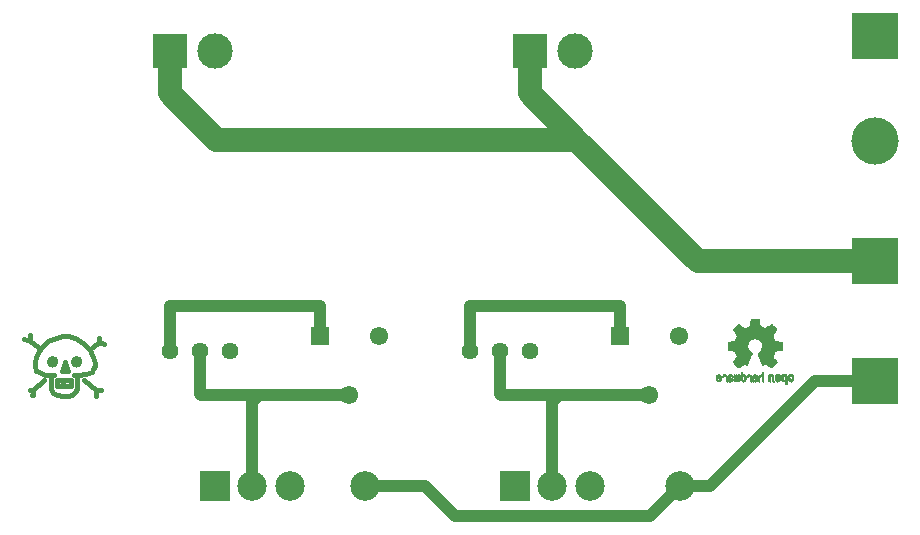
<source format=gbr>
G04 #@! TF.GenerationSoftware,KiCad,Pcbnew,(5.1.2)-1*
G04 #@! TF.CreationDate,2019-06-07T12:02:22-04:00*
G04 #@! TF.ProjectId,2spot,3273706f-742e-46b6-9963-61645f706362,rev?*
G04 #@! TF.SameCoordinates,Original*
G04 #@! TF.FileFunction,Copper,L2,Bot*
G04 #@! TF.FilePolarity,Positive*
%FSLAX46Y46*%
G04 Gerber Fmt 4.6, Leading zero omitted, Abs format (unit mm)*
G04 Created by KiCad (PCBNEW (5.1.2)-1) date 2019-06-07 12:02:22*
%MOMM*%
%LPD*%
G04 APERTURE LIST*
%ADD10C,0.381000*%
%ADD11C,0.010000*%
%ADD12C,2.499360*%
%ADD13R,4.000000X4.000000*%
%ADD14C,4.000000*%
%ADD15C,2.999740*%
%ADD16R,2.999740X2.999740*%
%ADD17R,2.499360X2.499360*%
%ADD18C,1.440000*%
%ADD19C,1.550000*%
%ADD20R,1.550000X1.550000*%
%ADD21C,2.000000*%
%ADD22C,1.000000*%
G04 APERTURE END LIST*
D10*
X41910000Y-131572000D02*
X42291000Y-131572000D01*
X41529000Y-131572000D02*
X41910000Y-131572000D01*
X41021000Y-131318000D02*
X41529000Y-131572000D01*
X40767000Y-131191000D02*
X41021000Y-131318000D01*
X40640000Y-130810000D02*
X40767000Y-131191000D01*
X40640000Y-130429000D02*
X40640000Y-130810000D01*
X40767000Y-130048000D02*
X40640000Y-130429000D01*
X41021000Y-129540000D02*
X40767000Y-130048000D01*
X41275000Y-129159000D02*
X41021000Y-129540000D01*
X41783000Y-128651000D02*
X41275000Y-129159000D01*
X42418000Y-128397000D02*
X41783000Y-128651000D01*
X43053000Y-128270000D02*
X42418000Y-128397000D01*
X43561000Y-128270000D02*
X43053000Y-128270000D01*
X44196000Y-128524000D02*
X43561000Y-128270000D01*
X44831000Y-128905000D02*
X44196000Y-128524000D01*
X45339000Y-129413000D02*
X44831000Y-128905000D01*
X45593000Y-130048000D02*
X45339000Y-129413000D01*
X45720000Y-130556000D02*
X45593000Y-130048000D01*
X45720000Y-130810000D02*
X45720000Y-130556000D01*
X44323000Y-131572000D02*
X43942000Y-131572000D01*
X44958000Y-131445000D02*
X44323000Y-131572000D01*
X45466000Y-131318000D02*
X44958000Y-131445000D01*
X45593000Y-131064000D02*
X45466000Y-131318000D01*
X45720000Y-130810000D02*
X45593000Y-131064000D01*
X44196000Y-132334000D02*
X44196000Y-131572000D01*
X44196000Y-132715000D02*
X44196000Y-132334000D01*
X43053000Y-133350000D02*
X43434000Y-133350000D01*
X42545000Y-133223000D02*
X43053000Y-133350000D01*
X42164000Y-133096000D02*
X42545000Y-133223000D01*
X42037000Y-132715000D02*
X42164000Y-133096000D01*
X42037000Y-132334000D02*
X42037000Y-132715000D01*
X42037000Y-131572000D02*
X42037000Y-132334000D01*
X43815000Y-133223000D02*
X43434000Y-133350000D01*
X44069000Y-132969000D02*
X43815000Y-133223000D01*
X44196000Y-132715000D02*
X44069000Y-132969000D01*
X43434000Y-131191000D02*
X43180000Y-130429000D01*
X42926000Y-131191000D02*
X43434000Y-131191000D01*
X43180000Y-130429000D02*
X42926000Y-131191000D01*
X42447981Y-130429000D02*
G75*
G03X42447981Y-130429000I-283981J0D01*
G01*
X44479981Y-130429000D02*
G75*
G03X44479981Y-130429000I-283981J0D01*
G01*
X43688000Y-132461000D02*
X43688000Y-131953000D01*
X42545000Y-132461000D02*
X43688000Y-132461000D01*
X42545000Y-131953000D02*
X42545000Y-132461000D01*
X43688000Y-131953000D02*
X42545000Y-131953000D01*
X43053000Y-132080000D02*
X43053000Y-132334000D01*
X40894000Y-129159000D02*
X40259000Y-128651000D01*
X40259000Y-128651000D02*
X40259000Y-128143000D01*
X40259000Y-128651000D02*
X39751000Y-128524000D01*
X44831000Y-131953000D02*
X45847000Y-132842000D01*
X45847000Y-132842000D02*
X46228000Y-132842000D01*
X45847000Y-132842000D02*
X45847000Y-133350000D01*
X45593000Y-129159000D02*
X46101000Y-128778000D01*
X46101000Y-128778000D02*
X46101000Y-128397000D01*
X46101000Y-128778000D02*
X46482000Y-128905000D01*
X40513000Y-132842000D02*
X40259000Y-132842000D01*
X41402000Y-131953000D02*
X40513000Y-132842000D01*
X40513000Y-133223000D02*
X40386000Y-133223000D01*
X40513000Y-132842000D02*
X40513000Y-133223000D01*
D11*
G36*
X101496090Y-126782348D02*
G01*
X101417546Y-126782778D01*
X101360702Y-126783942D01*
X101321895Y-126786207D01*
X101297462Y-126789940D01*
X101283738Y-126795506D01*
X101277060Y-126803273D01*
X101273764Y-126813605D01*
X101273444Y-126814943D01*
X101268438Y-126839079D01*
X101259171Y-126886701D01*
X101246608Y-126952741D01*
X101231713Y-127032128D01*
X101215449Y-127119796D01*
X101214881Y-127122875D01*
X101198590Y-127208789D01*
X101183348Y-127284696D01*
X101170139Y-127346045D01*
X101159946Y-127388282D01*
X101153752Y-127406855D01*
X101153457Y-127407184D01*
X101135212Y-127416253D01*
X101097595Y-127431367D01*
X101048729Y-127449262D01*
X101048457Y-127449358D01*
X100986907Y-127472493D01*
X100914343Y-127501965D01*
X100845943Y-127531597D01*
X100842706Y-127533062D01*
X100731298Y-127583626D01*
X100484601Y-127415160D01*
X100408923Y-127363803D01*
X100340369Y-127317889D01*
X100282912Y-127280030D01*
X100240524Y-127252837D01*
X100217175Y-127238921D01*
X100214958Y-127237889D01*
X100197990Y-127242484D01*
X100166299Y-127264655D01*
X100118648Y-127305447D01*
X100053802Y-127365905D01*
X99987603Y-127430227D01*
X99923786Y-127493612D01*
X99866671Y-127551451D01*
X99819695Y-127600175D01*
X99786297Y-127636210D01*
X99769915Y-127655984D01*
X99769306Y-127657002D01*
X99767495Y-127670572D01*
X99774317Y-127692733D01*
X99791460Y-127726478D01*
X99820607Y-127774800D01*
X99863445Y-127840692D01*
X99920552Y-127925517D01*
X99971234Y-128000177D01*
X100016539Y-128067140D01*
X100053850Y-128122516D01*
X100080548Y-128162420D01*
X100094015Y-128182962D01*
X100094863Y-128184356D01*
X100093219Y-128204038D01*
X100080755Y-128242293D01*
X100059952Y-128291889D01*
X100052538Y-128307728D01*
X100020186Y-128378290D01*
X99985672Y-128458353D01*
X99957635Y-128527629D01*
X99937432Y-128579045D01*
X99921385Y-128618119D01*
X99912112Y-128638541D01*
X99910959Y-128640114D01*
X99893904Y-128642721D01*
X99853702Y-128649863D01*
X99795698Y-128660523D01*
X99725237Y-128673685D01*
X99647665Y-128688333D01*
X99568328Y-128703449D01*
X99492569Y-128718018D01*
X99425736Y-128731022D01*
X99373172Y-128741445D01*
X99340224Y-128748270D01*
X99332143Y-128750199D01*
X99323795Y-128754962D01*
X99317494Y-128765718D01*
X99312955Y-128786098D01*
X99309896Y-128819734D01*
X99308033Y-128870255D01*
X99307082Y-128941292D01*
X99306760Y-129036476D01*
X99306743Y-129075492D01*
X99306743Y-129392799D01*
X99382943Y-129407839D01*
X99425337Y-129415995D01*
X99488600Y-129427899D01*
X99565038Y-129442116D01*
X99646957Y-129457210D01*
X99669600Y-129461355D01*
X99745194Y-129476053D01*
X99811047Y-129490505D01*
X99861634Y-129503375D01*
X99891426Y-129513322D01*
X99896388Y-129516287D01*
X99908574Y-129537283D01*
X99926047Y-129577967D01*
X99945423Y-129630322D01*
X99949266Y-129641600D01*
X99974661Y-129711523D01*
X100006183Y-129790418D01*
X100037031Y-129861266D01*
X100037183Y-129861595D01*
X100088553Y-129972733D01*
X99919601Y-130221253D01*
X99750648Y-130469772D01*
X99967571Y-130687058D01*
X100033181Y-130751726D01*
X100093021Y-130808733D01*
X100143733Y-130855033D01*
X100181954Y-130887584D01*
X100204325Y-130903343D01*
X100207534Y-130904343D01*
X100226374Y-130896469D01*
X100264820Y-130874578D01*
X100318670Y-130841267D01*
X100383724Y-130799131D01*
X100454060Y-130751943D01*
X100525445Y-130703810D01*
X100589092Y-130661928D01*
X100640959Y-130628871D01*
X100677005Y-130607218D01*
X100693133Y-130599543D01*
X100712811Y-130606037D01*
X100750125Y-130623150D01*
X100797379Y-130647326D01*
X100802388Y-130650013D01*
X100866023Y-130681927D01*
X100909659Y-130697579D01*
X100936798Y-130697745D01*
X100950943Y-130683204D01*
X100951025Y-130683000D01*
X100958095Y-130665779D01*
X100974958Y-130624899D01*
X101000305Y-130563525D01*
X101032829Y-130484819D01*
X101071222Y-130391947D01*
X101114178Y-130288072D01*
X101155778Y-130187502D01*
X101201496Y-130076516D01*
X101243474Y-129973703D01*
X101280452Y-129882215D01*
X101311173Y-129805201D01*
X101334378Y-129745815D01*
X101348810Y-129707209D01*
X101353257Y-129692800D01*
X101342104Y-129676272D01*
X101312931Y-129649930D01*
X101274029Y-129620887D01*
X101163243Y-129529039D01*
X101076649Y-129423759D01*
X101015284Y-129307266D01*
X100980185Y-129181776D01*
X100972392Y-129049507D01*
X100978057Y-128988457D01*
X101008922Y-128861795D01*
X101062080Y-128749941D01*
X101134233Y-128654001D01*
X101222083Y-128575076D01*
X101322335Y-128514270D01*
X101431690Y-128472687D01*
X101546853Y-128451428D01*
X101664525Y-128451599D01*
X101781410Y-128474301D01*
X101894211Y-128520638D01*
X101999631Y-128591713D01*
X102043632Y-128631911D01*
X102128021Y-128735129D01*
X102186778Y-128847925D01*
X102220296Y-128967010D01*
X102228965Y-129089095D01*
X102213177Y-129210893D01*
X102173322Y-129329116D01*
X102109793Y-129440475D01*
X102022979Y-129541684D01*
X101925971Y-129620887D01*
X101885563Y-129651162D01*
X101857018Y-129677219D01*
X101846743Y-129692825D01*
X101852123Y-129709843D01*
X101867425Y-129750500D01*
X101891388Y-129811642D01*
X101922756Y-129890119D01*
X101960268Y-129982780D01*
X102002667Y-130086472D01*
X102044337Y-130187526D01*
X102090310Y-130298607D01*
X102132893Y-130401541D01*
X102170779Y-130493165D01*
X102202660Y-130570316D01*
X102227229Y-130629831D01*
X102243180Y-130668544D01*
X102249090Y-130683000D01*
X102263052Y-130697685D01*
X102290060Y-130697642D01*
X102333587Y-130682099D01*
X102397110Y-130650284D01*
X102397612Y-130650013D01*
X102445440Y-130625323D01*
X102484103Y-130607338D01*
X102505905Y-130599614D01*
X102506867Y-130599543D01*
X102523279Y-130607378D01*
X102559513Y-130629165D01*
X102611526Y-130662328D01*
X102675275Y-130704291D01*
X102745940Y-130751943D01*
X102817884Y-130800191D01*
X102882726Y-130842151D01*
X102936265Y-130875227D01*
X102974303Y-130896821D01*
X102992467Y-130904343D01*
X103009192Y-130894457D01*
X103042820Y-130866826D01*
X103089990Y-130824495D01*
X103147342Y-130770505D01*
X103211516Y-130707899D01*
X103232503Y-130686983D01*
X103449501Y-130469623D01*
X103284332Y-130227220D01*
X103234136Y-130152781D01*
X103190081Y-130085972D01*
X103154638Y-130030665D01*
X103130281Y-129990729D01*
X103119478Y-129970036D01*
X103119162Y-129968563D01*
X103124857Y-129949058D01*
X103140174Y-129909822D01*
X103162463Y-129857430D01*
X103178107Y-129822355D01*
X103207359Y-129755201D01*
X103234906Y-129687358D01*
X103256263Y-129630034D01*
X103262065Y-129612572D01*
X103278548Y-129565938D01*
X103294660Y-129529905D01*
X103303510Y-129516287D01*
X103323040Y-129507952D01*
X103365666Y-129496137D01*
X103425855Y-129482181D01*
X103498078Y-129467422D01*
X103530400Y-129461355D01*
X103612478Y-129446273D01*
X103691205Y-129431669D01*
X103758891Y-129418980D01*
X103807840Y-129409642D01*
X103817057Y-129407839D01*
X103893257Y-129392799D01*
X103893257Y-129075492D01*
X103893086Y-128971154D01*
X103892384Y-128892213D01*
X103890866Y-128835038D01*
X103888251Y-128795999D01*
X103884254Y-128771465D01*
X103878591Y-128757805D01*
X103870980Y-128751389D01*
X103867857Y-128750199D01*
X103849022Y-128745980D01*
X103807412Y-128737562D01*
X103748370Y-128725961D01*
X103677243Y-128712195D01*
X103599375Y-128697280D01*
X103520113Y-128682232D01*
X103444802Y-128668069D01*
X103378787Y-128655806D01*
X103327413Y-128646461D01*
X103296025Y-128641050D01*
X103289041Y-128640114D01*
X103282715Y-128627596D01*
X103268710Y-128594246D01*
X103249645Y-128546377D01*
X103242366Y-128527629D01*
X103213004Y-128455195D01*
X103178429Y-128375170D01*
X103147463Y-128307728D01*
X103124677Y-128256159D01*
X103109518Y-128213785D01*
X103104458Y-128187834D01*
X103105264Y-128184356D01*
X103115959Y-128167936D01*
X103140380Y-128131417D01*
X103175905Y-128078687D01*
X103219913Y-128013635D01*
X103269783Y-127940151D01*
X103279644Y-127925645D01*
X103337508Y-127839704D01*
X103380044Y-127774261D01*
X103408946Y-127726304D01*
X103425910Y-127692820D01*
X103432633Y-127670795D01*
X103430810Y-127657217D01*
X103430764Y-127657131D01*
X103416414Y-127639297D01*
X103384677Y-127604817D01*
X103338990Y-127557268D01*
X103282796Y-127500222D01*
X103219532Y-127437255D01*
X103212398Y-127430227D01*
X103132670Y-127353020D01*
X103071143Y-127296330D01*
X103026579Y-127259110D01*
X102997743Y-127240315D01*
X102985042Y-127237889D01*
X102966506Y-127248471D01*
X102928039Y-127272916D01*
X102873614Y-127308612D01*
X102807202Y-127352947D01*
X102732775Y-127403311D01*
X102715399Y-127415160D01*
X102468703Y-127583626D01*
X102357294Y-127533062D01*
X102289543Y-127503595D01*
X102216817Y-127473959D01*
X102154297Y-127450330D01*
X102151543Y-127449358D01*
X102102640Y-127431457D01*
X102064943Y-127416320D01*
X102046575Y-127407210D01*
X102046544Y-127407184D01*
X102040715Y-127390717D01*
X102030808Y-127350219D01*
X102017805Y-127290242D01*
X102002691Y-127215340D01*
X101986448Y-127130064D01*
X101985119Y-127122875D01*
X101968825Y-127035014D01*
X101953867Y-126955260D01*
X101941209Y-126888681D01*
X101931814Y-126840347D01*
X101926646Y-126815325D01*
X101926556Y-126814943D01*
X101923411Y-126804299D01*
X101917296Y-126796262D01*
X101904547Y-126790467D01*
X101881500Y-126786547D01*
X101844491Y-126784135D01*
X101789856Y-126782865D01*
X101713933Y-126782371D01*
X101613056Y-126782286D01*
X101600000Y-126782286D01*
X101496090Y-126782348D01*
X101496090Y-126782348D01*
G37*
X101496090Y-126782348D02*
X101417546Y-126782778D01*
X101360702Y-126783942D01*
X101321895Y-126786207D01*
X101297462Y-126789940D01*
X101283738Y-126795506D01*
X101277060Y-126803273D01*
X101273764Y-126813605D01*
X101273444Y-126814943D01*
X101268438Y-126839079D01*
X101259171Y-126886701D01*
X101246608Y-126952741D01*
X101231713Y-127032128D01*
X101215449Y-127119796D01*
X101214881Y-127122875D01*
X101198590Y-127208789D01*
X101183348Y-127284696D01*
X101170139Y-127346045D01*
X101159946Y-127388282D01*
X101153752Y-127406855D01*
X101153457Y-127407184D01*
X101135212Y-127416253D01*
X101097595Y-127431367D01*
X101048729Y-127449262D01*
X101048457Y-127449358D01*
X100986907Y-127472493D01*
X100914343Y-127501965D01*
X100845943Y-127531597D01*
X100842706Y-127533062D01*
X100731298Y-127583626D01*
X100484601Y-127415160D01*
X100408923Y-127363803D01*
X100340369Y-127317889D01*
X100282912Y-127280030D01*
X100240524Y-127252837D01*
X100217175Y-127238921D01*
X100214958Y-127237889D01*
X100197990Y-127242484D01*
X100166299Y-127264655D01*
X100118648Y-127305447D01*
X100053802Y-127365905D01*
X99987603Y-127430227D01*
X99923786Y-127493612D01*
X99866671Y-127551451D01*
X99819695Y-127600175D01*
X99786297Y-127636210D01*
X99769915Y-127655984D01*
X99769306Y-127657002D01*
X99767495Y-127670572D01*
X99774317Y-127692733D01*
X99791460Y-127726478D01*
X99820607Y-127774800D01*
X99863445Y-127840692D01*
X99920552Y-127925517D01*
X99971234Y-128000177D01*
X100016539Y-128067140D01*
X100053850Y-128122516D01*
X100080548Y-128162420D01*
X100094015Y-128182962D01*
X100094863Y-128184356D01*
X100093219Y-128204038D01*
X100080755Y-128242293D01*
X100059952Y-128291889D01*
X100052538Y-128307728D01*
X100020186Y-128378290D01*
X99985672Y-128458353D01*
X99957635Y-128527629D01*
X99937432Y-128579045D01*
X99921385Y-128618119D01*
X99912112Y-128638541D01*
X99910959Y-128640114D01*
X99893904Y-128642721D01*
X99853702Y-128649863D01*
X99795698Y-128660523D01*
X99725237Y-128673685D01*
X99647665Y-128688333D01*
X99568328Y-128703449D01*
X99492569Y-128718018D01*
X99425736Y-128731022D01*
X99373172Y-128741445D01*
X99340224Y-128748270D01*
X99332143Y-128750199D01*
X99323795Y-128754962D01*
X99317494Y-128765718D01*
X99312955Y-128786098D01*
X99309896Y-128819734D01*
X99308033Y-128870255D01*
X99307082Y-128941292D01*
X99306760Y-129036476D01*
X99306743Y-129075492D01*
X99306743Y-129392799D01*
X99382943Y-129407839D01*
X99425337Y-129415995D01*
X99488600Y-129427899D01*
X99565038Y-129442116D01*
X99646957Y-129457210D01*
X99669600Y-129461355D01*
X99745194Y-129476053D01*
X99811047Y-129490505D01*
X99861634Y-129503375D01*
X99891426Y-129513322D01*
X99896388Y-129516287D01*
X99908574Y-129537283D01*
X99926047Y-129577967D01*
X99945423Y-129630322D01*
X99949266Y-129641600D01*
X99974661Y-129711523D01*
X100006183Y-129790418D01*
X100037031Y-129861266D01*
X100037183Y-129861595D01*
X100088553Y-129972733D01*
X99919601Y-130221253D01*
X99750648Y-130469772D01*
X99967571Y-130687058D01*
X100033181Y-130751726D01*
X100093021Y-130808733D01*
X100143733Y-130855033D01*
X100181954Y-130887584D01*
X100204325Y-130903343D01*
X100207534Y-130904343D01*
X100226374Y-130896469D01*
X100264820Y-130874578D01*
X100318670Y-130841267D01*
X100383724Y-130799131D01*
X100454060Y-130751943D01*
X100525445Y-130703810D01*
X100589092Y-130661928D01*
X100640959Y-130628871D01*
X100677005Y-130607218D01*
X100693133Y-130599543D01*
X100712811Y-130606037D01*
X100750125Y-130623150D01*
X100797379Y-130647326D01*
X100802388Y-130650013D01*
X100866023Y-130681927D01*
X100909659Y-130697579D01*
X100936798Y-130697745D01*
X100950943Y-130683204D01*
X100951025Y-130683000D01*
X100958095Y-130665779D01*
X100974958Y-130624899D01*
X101000305Y-130563525D01*
X101032829Y-130484819D01*
X101071222Y-130391947D01*
X101114178Y-130288072D01*
X101155778Y-130187502D01*
X101201496Y-130076516D01*
X101243474Y-129973703D01*
X101280452Y-129882215D01*
X101311173Y-129805201D01*
X101334378Y-129745815D01*
X101348810Y-129707209D01*
X101353257Y-129692800D01*
X101342104Y-129676272D01*
X101312931Y-129649930D01*
X101274029Y-129620887D01*
X101163243Y-129529039D01*
X101076649Y-129423759D01*
X101015284Y-129307266D01*
X100980185Y-129181776D01*
X100972392Y-129049507D01*
X100978057Y-128988457D01*
X101008922Y-128861795D01*
X101062080Y-128749941D01*
X101134233Y-128654001D01*
X101222083Y-128575076D01*
X101322335Y-128514270D01*
X101431690Y-128472687D01*
X101546853Y-128451428D01*
X101664525Y-128451599D01*
X101781410Y-128474301D01*
X101894211Y-128520638D01*
X101999631Y-128591713D01*
X102043632Y-128631911D01*
X102128021Y-128735129D01*
X102186778Y-128847925D01*
X102220296Y-128967010D01*
X102228965Y-129089095D01*
X102213177Y-129210893D01*
X102173322Y-129329116D01*
X102109793Y-129440475D01*
X102022979Y-129541684D01*
X101925971Y-129620887D01*
X101885563Y-129651162D01*
X101857018Y-129677219D01*
X101846743Y-129692825D01*
X101852123Y-129709843D01*
X101867425Y-129750500D01*
X101891388Y-129811642D01*
X101922756Y-129890119D01*
X101960268Y-129982780D01*
X102002667Y-130086472D01*
X102044337Y-130187526D01*
X102090310Y-130298607D01*
X102132893Y-130401541D01*
X102170779Y-130493165D01*
X102202660Y-130570316D01*
X102227229Y-130629831D01*
X102243180Y-130668544D01*
X102249090Y-130683000D01*
X102263052Y-130697685D01*
X102290060Y-130697642D01*
X102333587Y-130682099D01*
X102397110Y-130650284D01*
X102397612Y-130650013D01*
X102445440Y-130625323D01*
X102484103Y-130607338D01*
X102505905Y-130599614D01*
X102506867Y-130599543D01*
X102523279Y-130607378D01*
X102559513Y-130629165D01*
X102611526Y-130662328D01*
X102675275Y-130704291D01*
X102745940Y-130751943D01*
X102817884Y-130800191D01*
X102882726Y-130842151D01*
X102936265Y-130875227D01*
X102974303Y-130896821D01*
X102992467Y-130904343D01*
X103009192Y-130894457D01*
X103042820Y-130866826D01*
X103089990Y-130824495D01*
X103147342Y-130770505D01*
X103211516Y-130707899D01*
X103232503Y-130686983D01*
X103449501Y-130469623D01*
X103284332Y-130227220D01*
X103234136Y-130152781D01*
X103190081Y-130085972D01*
X103154638Y-130030665D01*
X103130281Y-129990729D01*
X103119478Y-129970036D01*
X103119162Y-129968563D01*
X103124857Y-129949058D01*
X103140174Y-129909822D01*
X103162463Y-129857430D01*
X103178107Y-129822355D01*
X103207359Y-129755201D01*
X103234906Y-129687358D01*
X103256263Y-129630034D01*
X103262065Y-129612572D01*
X103278548Y-129565938D01*
X103294660Y-129529905D01*
X103303510Y-129516287D01*
X103323040Y-129507952D01*
X103365666Y-129496137D01*
X103425855Y-129482181D01*
X103498078Y-129467422D01*
X103530400Y-129461355D01*
X103612478Y-129446273D01*
X103691205Y-129431669D01*
X103758891Y-129418980D01*
X103807840Y-129409642D01*
X103817057Y-129407839D01*
X103893257Y-129392799D01*
X103893257Y-129075492D01*
X103893086Y-128971154D01*
X103892384Y-128892213D01*
X103890866Y-128835038D01*
X103888251Y-128795999D01*
X103884254Y-128771465D01*
X103878591Y-128757805D01*
X103870980Y-128751389D01*
X103867857Y-128750199D01*
X103849022Y-128745980D01*
X103807412Y-128737562D01*
X103748370Y-128725961D01*
X103677243Y-128712195D01*
X103599375Y-128697280D01*
X103520113Y-128682232D01*
X103444802Y-128668069D01*
X103378787Y-128655806D01*
X103327413Y-128646461D01*
X103296025Y-128641050D01*
X103289041Y-128640114D01*
X103282715Y-128627596D01*
X103268710Y-128594246D01*
X103249645Y-128546377D01*
X103242366Y-128527629D01*
X103213004Y-128455195D01*
X103178429Y-128375170D01*
X103147463Y-128307728D01*
X103124677Y-128256159D01*
X103109518Y-128213785D01*
X103104458Y-128187834D01*
X103105264Y-128184356D01*
X103115959Y-128167936D01*
X103140380Y-128131417D01*
X103175905Y-128078687D01*
X103219913Y-128013635D01*
X103269783Y-127940151D01*
X103279644Y-127925645D01*
X103337508Y-127839704D01*
X103380044Y-127774261D01*
X103408946Y-127726304D01*
X103425910Y-127692820D01*
X103432633Y-127670795D01*
X103430810Y-127657217D01*
X103430764Y-127657131D01*
X103416414Y-127639297D01*
X103384677Y-127604817D01*
X103338990Y-127557268D01*
X103282796Y-127500222D01*
X103219532Y-127437255D01*
X103212398Y-127430227D01*
X103132670Y-127353020D01*
X103071143Y-127296330D01*
X103026579Y-127259110D01*
X102997743Y-127240315D01*
X102985042Y-127237889D01*
X102966506Y-127248471D01*
X102928039Y-127272916D01*
X102873614Y-127308612D01*
X102807202Y-127352947D01*
X102732775Y-127403311D01*
X102715399Y-127415160D01*
X102468703Y-127583626D01*
X102357294Y-127533062D01*
X102289543Y-127503595D01*
X102216817Y-127473959D01*
X102154297Y-127450330D01*
X102151543Y-127449358D01*
X102102640Y-127431457D01*
X102064943Y-127416320D01*
X102046575Y-127407210D01*
X102046544Y-127407184D01*
X102040715Y-127390717D01*
X102030808Y-127350219D01*
X102017805Y-127290242D01*
X102002691Y-127215340D01*
X101986448Y-127130064D01*
X101985119Y-127122875D01*
X101968825Y-127035014D01*
X101953867Y-126955260D01*
X101941209Y-126888681D01*
X101931814Y-126840347D01*
X101926646Y-126815325D01*
X101926556Y-126814943D01*
X101923411Y-126804299D01*
X101917296Y-126796262D01*
X101904547Y-126790467D01*
X101881500Y-126786547D01*
X101844491Y-126784135D01*
X101789856Y-126782865D01*
X101713933Y-126782371D01*
X101613056Y-126782286D01*
X101600000Y-126782286D01*
X101496090Y-126782348D01*
G36*
X98446405Y-131506966D02*
G01*
X98388979Y-131544497D01*
X98361281Y-131578096D01*
X98339338Y-131639064D01*
X98337595Y-131687308D01*
X98341543Y-131751816D01*
X98490314Y-131816934D01*
X98562651Y-131850202D01*
X98609916Y-131876964D01*
X98634493Y-131900144D01*
X98638763Y-131922667D01*
X98625111Y-131947455D01*
X98610057Y-131963886D01*
X98566254Y-131990235D01*
X98518611Y-131992081D01*
X98474855Y-131971546D01*
X98442711Y-131930752D01*
X98436962Y-131916347D01*
X98409424Y-131871356D01*
X98377742Y-131852182D01*
X98334286Y-131835779D01*
X98334286Y-131897966D01*
X98338128Y-131940283D01*
X98353177Y-131975969D01*
X98384720Y-132016943D01*
X98389408Y-132022267D01*
X98424494Y-132058720D01*
X98454653Y-132078283D01*
X98492385Y-132087283D01*
X98523665Y-132090230D01*
X98579615Y-132090965D01*
X98619445Y-132081660D01*
X98644292Y-132067846D01*
X98683344Y-132037467D01*
X98710375Y-132004613D01*
X98727483Y-131963294D01*
X98736762Y-131907521D01*
X98740307Y-131831305D01*
X98740590Y-131792622D01*
X98739628Y-131746247D01*
X98651993Y-131746247D01*
X98650977Y-131771126D01*
X98648444Y-131775200D01*
X98631726Y-131769665D01*
X98595751Y-131755017D01*
X98547669Y-131734190D01*
X98537614Y-131729714D01*
X98476848Y-131698814D01*
X98443368Y-131671657D01*
X98436010Y-131646220D01*
X98453609Y-131620481D01*
X98468144Y-131609109D01*
X98520590Y-131586364D01*
X98569678Y-131590122D01*
X98610773Y-131617884D01*
X98639242Y-131667152D01*
X98648369Y-131706257D01*
X98651993Y-131746247D01*
X98739628Y-131746247D01*
X98738715Y-131702249D01*
X98731804Y-131635384D01*
X98718116Y-131586695D01*
X98695904Y-131550849D01*
X98663426Y-131522513D01*
X98649267Y-131513355D01*
X98584947Y-131489507D01*
X98514527Y-131488006D01*
X98446405Y-131506966D01*
X98446405Y-131506966D01*
G37*
X98446405Y-131506966D02*
X98388979Y-131544497D01*
X98361281Y-131578096D01*
X98339338Y-131639064D01*
X98337595Y-131687308D01*
X98341543Y-131751816D01*
X98490314Y-131816934D01*
X98562651Y-131850202D01*
X98609916Y-131876964D01*
X98634493Y-131900144D01*
X98638763Y-131922667D01*
X98625111Y-131947455D01*
X98610057Y-131963886D01*
X98566254Y-131990235D01*
X98518611Y-131992081D01*
X98474855Y-131971546D01*
X98442711Y-131930752D01*
X98436962Y-131916347D01*
X98409424Y-131871356D01*
X98377742Y-131852182D01*
X98334286Y-131835779D01*
X98334286Y-131897966D01*
X98338128Y-131940283D01*
X98353177Y-131975969D01*
X98384720Y-132016943D01*
X98389408Y-132022267D01*
X98424494Y-132058720D01*
X98454653Y-132078283D01*
X98492385Y-132087283D01*
X98523665Y-132090230D01*
X98579615Y-132090965D01*
X98619445Y-132081660D01*
X98644292Y-132067846D01*
X98683344Y-132037467D01*
X98710375Y-132004613D01*
X98727483Y-131963294D01*
X98736762Y-131907521D01*
X98740307Y-131831305D01*
X98740590Y-131792622D01*
X98739628Y-131746247D01*
X98651993Y-131746247D01*
X98650977Y-131771126D01*
X98648444Y-131775200D01*
X98631726Y-131769665D01*
X98595751Y-131755017D01*
X98547669Y-131734190D01*
X98537614Y-131729714D01*
X98476848Y-131698814D01*
X98443368Y-131671657D01*
X98436010Y-131646220D01*
X98453609Y-131620481D01*
X98468144Y-131609109D01*
X98520590Y-131586364D01*
X98569678Y-131590122D01*
X98610773Y-131617884D01*
X98639242Y-131667152D01*
X98648369Y-131706257D01*
X98651993Y-131746247D01*
X98739628Y-131746247D01*
X98738715Y-131702249D01*
X98731804Y-131635384D01*
X98718116Y-131586695D01*
X98695904Y-131550849D01*
X98663426Y-131522513D01*
X98649267Y-131513355D01*
X98584947Y-131489507D01*
X98514527Y-131488006D01*
X98446405Y-131506966D01*
G36*
X98947400Y-131498752D02*
G01*
X98930052Y-131506334D01*
X98888644Y-131539128D01*
X98853235Y-131586547D01*
X98831336Y-131637151D01*
X98827771Y-131662098D01*
X98839721Y-131696927D01*
X98865933Y-131715357D01*
X98894036Y-131726516D01*
X98906905Y-131728572D01*
X98913171Y-131713649D01*
X98925544Y-131681175D01*
X98930972Y-131666502D01*
X98961410Y-131615744D01*
X99005480Y-131590427D01*
X99061990Y-131591206D01*
X99066175Y-131592203D01*
X99096345Y-131606507D01*
X99118524Y-131634393D01*
X99133673Y-131679287D01*
X99142750Y-131744615D01*
X99146714Y-131833804D01*
X99147086Y-131881261D01*
X99147270Y-131956071D01*
X99148478Y-132007069D01*
X99151691Y-132039471D01*
X99157891Y-132058495D01*
X99168060Y-132069356D01*
X99183181Y-132077272D01*
X99184054Y-132077670D01*
X99213172Y-132089981D01*
X99227597Y-132094514D01*
X99229814Y-132080809D01*
X99231711Y-132042925D01*
X99233153Y-131985715D01*
X99234002Y-131914027D01*
X99234171Y-131861565D01*
X99233308Y-131760047D01*
X99229930Y-131683032D01*
X99222858Y-131626023D01*
X99210912Y-131584526D01*
X99192910Y-131554043D01*
X99167673Y-131530080D01*
X99142753Y-131513355D01*
X99082829Y-131491097D01*
X99013089Y-131486076D01*
X98947400Y-131498752D01*
X98947400Y-131498752D01*
G37*
X98947400Y-131498752D02*
X98930052Y-131506334D01*
X98888644Y-131539128D01*
X98853235Y-131586547D01*
X98831336Y-131637151D01*
X98827771Y-131662098D01*
X98839721Y-131696927D01*
X98865933Y-131715357D01*
X98894036Y-131726516D01*
X98906905Y-131728572D01*
X98913171Y-131713649D01*
X98925544Y-131681175D01*
X98930972Y-131666502D01*
X98961410Y-131615744D01*
X99005480Y-131590427D01*
X99061990Y-131591206D01*
X99066175Y-131592203D01*
X99096345Y-131606507D01*
X99118524Y-131634393D01*
X99133673Y-131679287D01*
X99142750Y-131744615D01*
X99146714Y-131833804D01*
X99147086Y-131881261D01*
X99147270Y-131956071D01*
X99148478Y-132007069D01*
X99151691Y-132039471D01*
X99157891Y-132058495D01*
X99168060Y-132069356D01*
X99183181Y-132077272D01*
X99184054Y-132077670D01*
X99213172Y-132089981D01*
X99227597Y-132094514D01*
X99229814Y-132080809D01*
X99231711Y-132042925D01*
X99233153Y-131985715D01*
X99234002Y-131914027D01*
X99234171Y-131861565D01*
X99233308Y-131760047D01*
X99229930Y-131683032D01*
X99222858Y-131626023D01*
X99210912Y-131584526D01*
X99192910Y-131554043D01*
X99167673Y-131530080D01*
X99142753Y-131513355D01*
X99082829Y-131491097D01*
X99013089Y-131486076D01*
X98947400Y-131498752D01*
G36*
X99455124Y-131496335D02*
G01*
X99413333Y-131515344D01*
X99380531Y-131538378D01*
X99356497Y-131564133D01*
X99339903Y-131597358D01*
X99329423Y-131642800D01*
X99323729Y-131705207D01*
X99321493Y-131789327D01*
X99321257Y-131844721D01*
X99321257Y-132060826D01*
X99358226Y-132077670D01*
X99387344Y-132089981D01*
X99401769Y-132094514D01*
X99404528Y-132081025D01*
X99406718Y-132044653D01*
X99408058Y-131991542D01*
X99408343Y-131949372D01*
X99409566Y-131888447D01*
X99412864Y-131840115D01*
X99417679Y-131810518D01*
X99421504Y-131804229D01*
X99447217Y-131810652D01*
X99487582Y-131827125D01*
X99534321Y-131849458D01*
X99579155Y-131873457D01*
X99613807Y-131894930D01*
X99629998Y-131909685D01*
X99630062Y-131909845D01*
X99628670Y-131937152D01*
X99616182Y-131963219D01*
X99594257Y-131984392D01*
X99562257Y-131991474D01*
X99534908Y-131990649D01*
X99496174Y-131990042D01*
X99475842Y-131999116D01*
X99463631Y-132023092D01*
X99462091Y-132027613D01*
X99456797Y-132061806D01*
X99470953Y-132082568D01*
X99507852Y-132092462D01*
X99547711Y-132094292D01*
X99619438Y-132080727D01*
X99656568Y-132061355D01*
X99702424Y-132015845D01*
X99726744Y-131959983D01*
X99728927Y-131900957D01*
X99708371Y-131845953D01*
X99677451Y-131811486D01*
X99646580Y-131792189D01*
X99598058Y-131767759D01*
X99541515Y-131742985D01*
X99532090Y-131739199D01*
X99469981Y-131711791D01*
X99434178Y-131687634D01*
X99422663Y-131663619D01*
X99433420Y-131636635D01*
X99451886Y-131615543D01*
X99495531Y-131589572D01*
X99543554Y-131587624D01*
X99587594Y-131607637D01*
X99619291Y-131647551D01*
X99623451Y-131657848D01*
X99647673Y-131695724D01*
X99683035Y-131723842D01*
X99727657Y-131746917D01*
X99727657Y-131681485D01*
X99725031Y-131641506D01*
X99713770Y-131609997D01*
X99688801Y-131576378D01*
X99664831Y-131550484D01*
X99627559Y-131513817D01*
X99598599Y-131494121D01*
X99567495Y-131486220D01*
X99532287Y-131484914D01*
X99455124Y-131496335D01*
X99455124Y-131496335D01*
G37*
X99455124Y-131496335D02*
X99413333Y-131515344D01*
X99380531Y-131538378D01*
X99356497Y-131564133D01*
X99339903Y-131597358D01*
X99329423Y-131642800D01*
X99323729Y-131705207D01*
X99321493Y-131789327D01*
X99321257Y-131844721D01*
X99321257Y-132060826D01*
X99358226Y-132077670D01*
X99387344Y-132089981D01*
X99401769Y-132094514D01*
X99404528Y-132081025D01*
X99406718Y-132044653D01*
X99408058Y-131991542D01*
X99408343Y-131949372D01*
X99409566Y-131888447D01*
X99412864Y-131840115D01*
X99417679Y-131810518D01*
X99421504Y-131804229D01*
X99447217Y-131810652D01*
X99487582Y-131827125D01*
X99534321Y-131849458D01*
X99579155Y-131873457D01*
X99613807Y-131894930D01*
X99629998Y-131909685D01*
X99630062Y-131909845D01*
X99628670Y-131937152D01*
X99616182Y-131963219D01*
X99594257Y-131984392D01*
X99562257Y-131991474D01*
X99534908Y-131990649D01*
X99496174Y-131990042D01*
X99475842Y-131999116D01*
X99463631Y-132023092D01*
X99462091Y-132027613D01*
X99456797Y-132061806D01*
X99470953Y-132082568D01*
X99507852Y-132092462D01*
X99547711Y-132094292D01*
X99619438Y-132080727D01*
X99656568Y-132061355D01*
X99702424Y-132015845D01*
X99726744Y-131959983D01*
X99728927Y-131900957D01*
X99708371Y-131845953D01*
X99677451Y-131811486D01*
X99646580Y-131792189D01*
X99598058Y-131767759D01*
X99541515Y-131742985D01*
X99532090Y-131739199D01*
X99469981Y-131711791D01*
X99434178Y-131687634D01*
X99422663Y-131663619D01*
X99433420Y-131636635D01*
X99451886Y-131615543D01*
X99495531Y-131589572D01*
X99543554Y-131587624D01*
X99587594Y-131607637D01*
X99619291Y-131647551D01*
X99623451Y-131657848D01*
X99647673Y-131695724D01*
X99683035Y-131723842D01*
X99727657Y-131746917D01*
X99727657Y-131681485D01*
X99725031Y-131641506D01*
X99713770Y-131609997D01*
X99688801Y-131576378D01*
X99664831Y-131550484D01*
X99627559Y-131513817D01*
X99598599Y-131494121D01*
X99567495Y-131486220D01*
X99532287Y-131484914D01*
X99455124Y-131496335D01*
G36*
X99820167Y-131498663D02*
G01*
X99817952Y-131536850D01*
X99816216Y-131594886D01*
X99815101Y-131668180D01*
X99814743Y-131745055D01*
X99814743Y-132005196D01*
X99860674Y-132051127D01*
X99892325Y-132079429D01*
X99920110Y-132090893D01*
X99958085Y-132090168D01*
X99973160Y-132088321D01*
X100020274Y-132082948D01*
X100059244Y-132079869D01*
X100068743Y-132079585D01*
X100100767Y-132081445D01*
X100146568Y-132086114D01*
X100164326Y-132088321D01*
X100207943Y-132091735D01*
X100237255Y-132084320D01*
X100266320Y-132061427D01*
X100276812Y-132051127D01*
X100322743Y-132005196D01*
X100322743Y-131518602D01*
X100285774Y-131501758D01*
X100253941Y-131489282D01*
X100235317Y-131484914D01*
X100230542Y-131498718D01*
X100226079Y-131537286D01*
X100222225Y-131596356D01*
X100219278Y-131671663D01*
X100217857Y-131735286D01*
X100213886Y-131985657D01*
X100179241Y-131990556D01*
X100147732Y-131987131D01*
X100132292Y-131976041D01*
X100127977Y-131955308D01*
X100124292Y-131911145D01*
X100121531Y-131849146D01*
X100119988Y-131774909D01*
X100119765Y-131736706D01*
X100119543Y-131516783D01*
X100073834Y-131500849D01*
X100041482Y-131490015D01*
X100023885Y-131484962D01*
X100023377Y-131484914D01*
X100021612Y-131498648D01*
X100019671Y-131536730D01*
X100017718Y-131594482D01*
X100015916Y-131667227D01*
X100014657Y-131735286D01*
X100010686Y-131985657D01*
X99923600Y-131985657D01*
X99919604Y-131757240D01*
X99915608Y-131528822D01*
X99873153Y-131506868D01*
X99841808Y-131491793D01*
X99823256Y-131484951D01*
X99822721Y-131484914D01*
X99820167Y-131498663D01*
X99820167Y-131498663D01*
G37*
X99820167Y-131498663D02*
X99817952Y-131536850D01*
X99816216Y-131594886D01*
X99815101Y-131668180D01*
X99814743Y-131745055D01*
X99814743Y-132005196D01*
X99860674Y-132051127D01*
X99892325Y-132079429D01*
X99920110Y-132090893D01*
X99958085Y-132090168D01*
X99973160Y-132088321D01*
X100020274Y-132082948D01*
X100059244Y-132079869D01*
X100068743Y-132079585D01*
X100100767Y-132081445D01*
X100146568Y-132086114D01*
X100164326Y-132088321D01*
X100207943Y-132091735D01*
X100237255Y-132084320D01*
X100266320Y-132061427D01*
X100276812Y-132051127D01*
X100322743Y-132005196D01*
X100322743Y-131518602D01*
X100285774Y-131501758D01*
X100253941Y-131489282D01*
X100235317Y-131484914D01*
X100230542Y-131498718D01*
X100226079Y-131537286D01*
X100222225Y-131596356D01*
X100219278Y-131671663D01*
X100217857Y-131735286D01*
X100213886Y-131985657D01*
X100179241Y-131990556D01*
X100147732Y-131987131D01*
X100132292Y-131976041D01*
X100127977Y-131955308D01*
X100124292Y-131911145D01*
X100121531Y-131849146D01*
X100119988Y-131774909D01*
X100119765Y-131736706D01*
X100119543Y-131516783D01*
X100073834Y-131500849D01*
X100041482Y-131490015D01*
X100023885Y-131484962D01*
X100023377Y-131484914D01*
X100021612Y-131498648D01*
X100019671Y-131536730D01*
X100017718Y-131594482D01*
X100015916Y-131667227D01*
X100014657Y-131735286D01*
X100010686Y-131985657D01*
X99923600Y-131985657D01*
X99919604Y-131757240D01*
X99915608Y-131528822D01*
X99873153Y-131506868D01*
X99841808Y-131491793D01*
X99823256Y-131484951D01*
X99822721Y-131484914D01*
X99820167Y-131498663D01*
G36*
X100409883Y-131605358D02*
G01*
X100410067Y-131713837D01*
X100410781Y-131797287D01*
X100412325Y-131859704D01*
X100414999Y-131905085D01*
X100419106Y-131937429D01*
X100424945Y-131960733D01*
X100432818Y-131978995D01*
X100438779Y-131989418D01*
X100488145Y-132045945D01*
X100550736Y-132081377D01*
X100619987Y-132094090D01*
X100689332Y-132082463D01*
X100730625Y-132061568D01*
X100773975Y-132025422D01*
X100803519Y-131981276D01*
X100821345Y-131923462D01*
X100829537Y-131846313D01*
X100830698Y-131789714D01*
X100830542Y-131785647D01*
X100729143Y-131785647D01*
X100728524Y-131850550D01*
X100725686Y-131893514D01*
X100719160Y-131921622D01*
X100707477Y-131941953D01*
X100693517Y-131957288D01*
X100646635Y-131986890D01*
X100596299Y-131989419D01*
X100548724Y-131964705D01*
X100545021Y-131961356D01*
X100529217Y-131943935D01*
X100519307Y-131923209D01*
X100513942Y-131892362D01*
X100511772Y-131844577D01*
X100511429Y-131791748D01*
X100512173Y-131725381D01*
X100515252Y-131681106D01*
X100521939Y-131652009D01*
X100533504Y-131631173D01*
X100542987Y-131620107D01*
X100587040Y-131592198D01*
X100637776Y-131588843D01*
X100686204Y-131610159D01*
X100695550Y-131618073D01*
X100711460Y-131635647D01*
X100721390Y-131656587D01*
X100726722Y-131687782D01*
X100728837Y-131736122D01*
X100729143Y-131785647D01*
X100830542Y-131785647D01*
X100827190Y-131698568D01*
X100815274Y-131630086D01*
X100792865Y-131578600D01*
X100757876Y-131538443D01*
X100730625Y-131517861D01*
X100681093Y-131495625D01*
X100623684Y-131485304D01*
X100570318Y-131488067D01*
X100540457Y-131499212D01*
X100528739Y-131502383D01*
X100520963Y-131490557D01*
X100515535Y-131458866D01*
X100511429Y-131410593D01*
X100506933Y-131356829D01*
X100500687Y-131324482D01*
X100489324Y-131305985D01*
X100469472Y-131293770D01*
X100457000Y-131288362D01*
X100409829Y-131268601D01*
X100409883Y-131605358D01*
X100409883Y-131605358D01*
G37*
X100409883Y-131605358D02*
X100410067Y-131713837D01*
X100410781Y-131797287D01*
X100412325Y-131859704D01*
X100414999Y-131905085D01*
X100419106Y-131937429D01*
X100424945Y-131960733D01*
X100432818Y-131978995D01*
X100438779Y-131989418D01*
X100488145Y-132045945D01*
X100550736Y-132081377D01*
X100619987Y-132094090D01*
X100689332Y-132082463D01*
X100730625Y-132061568D01*
X100773975Y-132025422D01*
X100803519Y-131981276D01*
X100821345Y-131923462D01*
X100829537Y-131846313D01*
X100830698Y-131789714D01*
X100830542Y-131785647D01*
X100729143Y-131785647D01*
X100728524Y-131850550D01*
X100725686Y-131893514D01*
X100719160Y-131921622D01*
X100707477Y-131941953D01*
X100693517Y-131957288D01*
X100646635Y-131986890D01*
X100596299Y-131989419D01*
X100548724Y-131964705D01*
X100545021Y-131961356D01*
X100529217Y-131943935D01*
X100519307Y-131923209D01*
X100513942Y-131892362D01*
X100511772Y-131844577D01*
X100511429Y-131791748D01*
X100512173Y-131725381D01*
X100515252Y-131681106D01*
X100521939Y-131652009D01*
X100533504Y-131631173D01*
X100542987Y-131620107D01*
X100587040Y-131592198D01*
X100637776Y-131588843D01*
X100686204Y-131610159D01*
X100695550Y-131618073D01*
X100711460Y-131635647D01*
X100721390Y-131656587D01*
X100726722Y-131687782D01*
X100728837Y-131736122D01*
X100729143Y-131785647D01*
X100830542Y-131785647D01*
X100827190Y-131698568D01*
X100815274Y-131630086D01*
X100792865Y-131578600D01*
X100757876Y-131538443D01*
X100730625Y-131517861D01*
X100681093Y-131495625D01*
X100623684Y-131485304D01*
X100570318Y-131488067D01*
X100540457Y-131499212D01*
X100528739Y-131502383D01*
X100520963Y-131490557D01*
X100515535Y-131458866D01*
X100511429Y-131410593D01*
X100506933Y-131356829D01*
X100500687Y-131324482D01*
X100489324Y-131305985D01*
X100469472Y-131293770D01*
X100457000Y-131288362D01*
X100409829Y-131268601D01*
X100409883Y-131605358D01*
G36*
X101070074Y-131489755D02*
G01*
X101004142Y-131514084D01*
X100950727Y-131557117D01*
X100929836Y-131587409D01*
X100907061Y-131642994D01*
X100907534Y-131683186D01*
X100931438Y-131710217D01*
X100940283Y-131714813D01*
X100978470Y-131729144D01*
X100997972Y-131725472D01*
X101004578Y-131701407D01*
X101004914Y-131688114D01*
X101017008Y-131639210D01*
X101048529Y-131604999D01*
X101092341Y-131588476D01*
X101141305Y-131592634D01*
X101181106Y-131614227D01*
X101194550Y-131626544D01*
X101204079Y-131641487D01*
X101210515Y-131664075D01*
X101214683Y-131699328D01*
X101217403Y-131752266D01*
X101219498Y-131827907D01*
X101220040Y-131851857D01*
X101222019Y-131933790D01*
X101224269Y-131991455D01*
X101227643Y-132029608D01*
X101232994Y-132053004D01*
X101241176Y-132066398D01*
X101253041Y-132074545D01*
X101260638Y-132078144D01*
X101292898Y-132090452D01*
X101311889Y-132094514D01*
X101318164Y-132080948D01*
X101321994Y-132039934D01*
X101323400Y-131970999D01*
X101322402Y-131873669D01*
X101322092Y-131858657D01*
X101319899Y-131769859D01*
X101317307Y-131705019D01*
X101313618Y-131659067D01*
X101308136Y-131626935D01*
X101300165Y-131603553D01*
X101289007Y-131583852D01*
X101283170Y-131575410D01*
X101249704Y-131538057D01*
X101212273Y-131509003D01*
X101207691Y-131506467D01*
X101140574Y-131486443D01*
X101070074Y-131489755D01*
X101070074Y-131489755D01*
G37*
X101070074Y-131489755D02*
X101004142Y-131514084D01*
X100950727Y-131557117D01*
X100929836Y-131587409D01*
X100907061Y-131642994D01*
X100907534Y-131683186D01*
X100931438Y-131710217D01*
X100940283Y-131714813D01*
X100978470Y-131729144D01*
X100997972Y-131725472D01*
X101004578Y-131701407D01*
X101004914Y-131688114D01*
X101017008Y-131639210D01*
X101048529Y-131604999D01*
X101092341Y-131588476D01*
X101141305Y-131592634D01*
X101181106Y-131614227D01*
X101194550Y-131626544D01*
X101204079Y-131641487D01*
X101210515Y-131664075D01*
X101214683Y-131699328D01*
X101217403Y-131752266D01*
X101219498Y-131827907D01*
X101220040Y-131851857D01*
X101222019Y-131933790D01*
X101224269Y-131991455D01*
X101227643Y-132029608D01*
X101232994Y-132053004D01*
X101241176Y-132066398D01*
X101253041Y-132074545D01*
X101260638Y-132078144D01*
X101292898Y-132090452D01*
X101311889Y-132094514D01*
X101318164Y-132080948D01*
X101321994Y-132039934D01*
X101323400Y-131970999D01*
X101322402Y-131873669D01*
X101322092Y-131858657D01*
X101319899Y-131769859D01*
X101317307Y-131705019D01*
X101313618Y-131659067D01*
X101308136Y-131626935D01*
X101300165Y-131603553D01*
X101289007Y-131583852D01*
X101283170Y-131575410D01*
X101249704Y-131538057D01*
X101212273Y-131509003D01*
X101207691Y-131506467D01*
X101140574Y-131486443D01*
X101070074Y-131489755D01*
G36*
X101560256Y-131490968D02*
G01*
X101503384Y-131512087D01*
X101502733Y-131512493D01*
X101467560Y-131538380D01*
X101441593Y-131568633D01*
X101423330Y-131608058D01*
X101411268Y-131661462D01*
X101403904Y-131733651D01*
X101399736Y-131829432D01*
X101399371Y-131843078D01*
X101394124Y-132048842D01*
X101438284Y-132071678D01*
X101470237Y-132087110D01*
X101489530Y-132094423D01*
X101490422Y-132094514D01*
X101493761Y-132081022D01*
X101496413Y-132044626D01*
X101498044Y-131991452D01*
X101498400Y-131948393D01*
X101498408Y-131878641D01*
X101501597Y-131834837D01*
X101512712Y-131813944D01*
X101536499Y-131812925D01*
X101577704Y-131828741D01*
X101639914Y-131857815D01*
X101685659Y-131881963D01*
X101709187Y-131902913D01*
X101716104Y-131925747D01*
X101716114Y-131926877D01*
X101704701Y-131966212D01*
X101670908Y-131987462D01*
X101619191Y-131990539D01*
X101581939Y-131990006D01*
X101562297Y-132000735D01*
X101550048Y-132026505D01*
X101542998Y-132059337D01*
X101553158Y-132077966D01*
X101556983Y-132080632D01*
X101592999Y-132091340D01*
X101643434Y-132092856D01*
X101695374Y-132085759D01*
X101732178Y-132072788D01*
X101783062Y-132029585D01*
X101811986Y-131969446D01*
X101817714Y-131922462D01*
X101813343Y-131880082D01*
X101797525Y-131845488D01*
X101766203Y-131814763D01*
X101715322Y-131783990D01*
X101640824Y-131749252D01*
X101636286Y-131747288D01*
X101569179Y-131716287D01*
X101527768Y-131690862D01*
X101510019Y-131668014D01*
X101513893Y-131644745D01*
X101537357Y-131618056D01*
X101544373Y-131611914D01*
X101591370Y-131588100D01*
X101640067Y-131589103D01*
X101682478Y-131612451D01*
X101710616Y-131655675D01*
X101713231Y-131664160D01*
X101738692Y-131705308D01*
X101770999Y-131725128D01*
X101817714Y-131744770D01*
X101817714Y-131693950D01*
X101803504Y-131620082D01*
X101761325Y-131552327D01*
X101739376Y-131529661D01*
X101689483Y-131500569D01*
X101626033Y-131487400D01*
X101560256Y-131490968D01*
X101560256Y-131490968D01*
G37*
X101560256Y-131490968D02*
X101503384Y-131512087D01*
X101502733Y-131512493D01*
X101467560Y-131538380D01*
X101441593Y-131568633D01*
X101423330Y-131608058D01*
X101411268Y-131661462D01*
X101403904Y-131733651D01*
X101399736Y-131829432D01*
X101399371Y-131843078D01*
X101394124Y-132048842D01*
X101438284Y-132071678D01*
X101470237Y-132087110D01*
X101489530Y-132094423D01*
X101490422Y-132094514D01*
X101493761Y-132081022D01*
X101496413Y-132044626D01*
X101498044Y-131991452D01*
X101498400Y-131948393D01*
X101498408Y-131878641D01*
X101501597Y-131834837D01*
X101512712Y-131813944D01*
X101536499Y-131812925D01*
X101577704Y-131828741D01*
X101639914Y-131857815D01*
X101685659Y-131881963D01*
X101709187Y-131902913D01*
X101716104Y-131925747D01*
X101716114Y-131926877D01*
X101704701Y-131966212D01*
X101670908Y-131987462D01*
X101619191Y-131990539D01*
X101581939Y-131990006D01*
X101562297Y-132000735D01*
X101550048Y-132026505D01*
X101542998Y-132059337D01*
X101553158Y-132077966D01*
X101556983Y-132080632D01*
X101592999Y-132091340D01*
X101643434Y-132092856D01*
X101695374Y-132085759D01*
X101732178Y-132072788D01*
X101783062Y-132029585D01*
X101811986Y-131969446D01*
X101817714Y-131922462D01*
X101813343Y-131880082D01*
X101797525Y-131845488D01*
X101766203Y-131814763D01*
X101715322Y-131783990D01*
X101640824Y-131749252D01*
X101636286Y-131747288D01*
X101569179Y-131716287D01*
X101527768Y-131690862D01*
X101510019Y-131668014D01*
X101513893Y-131644745D01*
X101537357Y-131618056D01*
X101544373Y-131611914D01*
X101591370Y-131588100D01*
X101640067Y-131589103D01*
X101682478Y-131612451D01*
X101710616Y-131655675D01*
X101713231Y-131664160D01*
X101738692Y-131705308D01*
X101770999Y-131725128D01*
X101817714Y-131744770D01*
X101817714Y-131693950D01*
X101803504Y-131620082D01*
X101761325Y-131552327D01*
X101739376Y-131529661D01*
X101689483Y-131500569D01*
X101626033Y-131487400D01*
X101560256Y-131490968D01*
G36*
X102224114Y-131391289D02*
G01*
X102219861Y-131450613D01*
X102214975Y-131485572D01*
X102208205Y-131500820D01*
X102198298Y-131501015D01*
X102195086Y-131499195D01*
X102152356Y-131486015D01*
X102096773Y-131486785D01*
X102040263Y-131500333D01*
X102004918Y-131517861D01*
X101968679Y-131545861D01*
X101942187Y-131577549D01*
X101924001Y-131617813D01*
X101912678Y-131671543D01*
X101906778Y-131743626D01*
X101904857Y-131838951D01*
X101904823Y-131857237D01*
X101904800Y-132062646D01*
X101950509Y-132078580D01*
X101982973Y-132089420D01*
X102000785Y-132094468D01*
X102001309Y-132094514D01*
X102003063Y-132080828D01*
X102004556Y-132043076D01*
X102005674Y-131986224D01*
X102006303Y-131915234D01*
X102006400Y-131872073D01*
X102006602Y-131786973D01*
X102007642Y-131725981D01*
X102010169Y-131684177D01*
X102014836Y-131656642D01*
X102022293Y-131638456D01*
X102033189Y-131624698D01*
X102039993Y-131618073D01*
X102086728Y-131591375D01*
X102137728Y-131589375D01*
X102183999Y-131611955D01*
X102192556Y-131620107D01*
X102205107Y-131635436D01*
X102213812Y-131653618D01*
X102219369Y-131679909D01*
X102222474Y-131719562D01*
X102223824Y-131777832D01*
X102224114Y-131858173D01*
X102224114Y-132062646D01*
X102269823Y-132078580D01*
X102302287Y-132089420D01*
X102320099Y-132094468D01*
X102320623Y-132094514D01*
X102321963Y-132080623D01*
X102323172Y-132041439D01*
X102324199Y-131980700D01*
X102324998Y-131902141D01*
X102325519Y-131809498D01*
X102325714Y-131706509D01*
X102325714Y-131309342D01*
X102278543Y-131289444D01*
X102231371Y-131269547D01*
X102224114Y-131391289D01*
X102224114Y-131391289D01*
G37*
X102224114Y-131391289D02*
X102219861Y-131450613D01*
X102214975Y-131485572D01*
X102208205Y-131500820D01*
X102198298Y-131501015D01*
X102195086Y-131499195D01*
X102152356Y-131486015D01*
X102096773Y-131486785D01*
X102040263Y-131500333D01*
X102004918Y-131517861D01*
X101968679Y-131545861D01*
X101942187Y-131577549D01*
X101924001Y-131617813D01*
X101912678Y-131671543D01*
X101906778Y-131743626D01*
X101904857Y-131838951D01*
X101904823Y-131857237D01*
X101904800Y-132062646D01*
X101950509Y-132078580D01*
X101982973Y-132089420D01*
X102000785Y-132094468D01*
X102001309Y-132094514D01*
X102003063Y-132080828D01*
X102004556Y-132043076D01*
X102005674Y-131986224D01*
X102006303Y-131915234D01*
X102006400Y-131872073D01*
X102006602Y-131786973D01*
X102007642Y-131725981D01*
X102010169Y-131684177D01*
X102014836Y-131656642D01*
X102022293Y-131638456D01*
X102033189Y-131624698D01*
X102039993Y-131618073D01*
X102086728Y-131591375D01*
X102137728Y-131589375D01*
X102183999Y-131611955D01*
X102192556Y-131620107D01*
X102205107Y-131635436D01*
X102213812Y-131653618D01*
X102219369Y-131679909D01*
X102222474Y-131719562D01*
X102223824Y-131777832D01*
X102224114Y-131858173D01*
X102224114Y-132062646D01*
X102269823Y-132078580D01*
X102302287Y-132089420D01*
X102320099Y-132094468D01*
X102320623Y-132094514D01*
X102321963Y-132080623D01*
X102323172Y-132041439D01*
X102324199Y-131980700D01*
X102324998Y-131902141D01*
X102325519Y-131809498D01*
X102325714Y-131706509D01*
X102325714Y-131309342D01*
X102278543Y-131289444D01*
X102231371Y-131269547D01*
X102224114Y-131391289D01*
G36*
X103431697Y-131471239D02*
G01*
X103374473Y-131509735D01*
X103330251Y-131565335D01*
X103303833Y-131636086D01*
X103298490Y-131688162D01*
X103299097Y-131709893D01*
X103304178Y-131726531D01*
X103318145Y-131741437D01*
X103345411Y-131757973D01*
X103390388Y-131779498D01*
X103457489Y-131809374D01*
X103457829Y-131809524D01*
X103519593Y-131837813D01*
X103570241Y-131862933D01*
X103604596Y-131882179D01*
X103617482Y-131892848D01*
X103617486Y-131892934D01*
X103606128Y-131916166D01*
X103579569Y-131941774D01*
X103549077Y-131960221D01*
X103533630Y-131963886D01*
X103491485Y-131951212D01*
X103455192Y-131919471D01*
X103437483Y-131884572D01*
X103420448Y-131858845D01*
X103387078Y-131829546D01*
X103347851Y-131804235D01*
X103313244Y-131790471D01*
X103306007Y-131789714D01*
X103297861Y-131802160D01*
X103297370Y-131833972D01*
X103303357Y-131876866D01*
X103314643Y-131922558D01*
X103330050Y-131962761D01*
X103330829Y-131964322D01*
X103377196Y-132029062D01*
X103437289Y-132073097D01*
X103505535Y-132094711D01*
X103576362Y-132092185D01*
X103644196Y-132063804D01*
X103647212Y-132061808D01*
X103700573Y-132013448D01*
X103735660Y-131950352D01*
X103755078Y-131867387D01*
X103757684Y-131844078D01*
X103762299Y-131734055D01*
X103756767Y-131682748D01*
X103617486Y-131682748D01*
X103615676Y-131714753D01*
X103605778Y-131724093D01*
X103581102Y-131717105D01*
X103542205Y-131700587D01*
X103498725Y-131679881D01*
X103497644Y-131679333D01*
X103460791Y-131659949D01*
X103446000Y-131647013D01*
X103449647Y-131633451D01*
X103465005Y-131615632D01*
X103504077Y-131589845D01*
X103546154Y-131587950D01*
X103583897Y-131606717D01*
X103609966Y-131642915D01*
X103617486Y-131682748D01*
X103756767Y-131682748D01*
X103752806Y-131646027D01*
X103728450Y-131576212D01*
X103694544Y-131527302D01*
X103633347Y-131477878D01*
X103565937Y-131453359D01*
X103497120Y-131451797D01*
X103431697Y-131471239D01*
X103431697Y-131471239D01*
G37*
X103431697Y-131471239D02*
X103374473Y-131509735D01*
X103330251Y-131565335D01*
X103303833Y-131636086D01*
X103298490Y-131688162D01*
X103299097Y-131709893D01*
X103304178Y-131726531D01*
X103318145Y-131741437D01*
X103345411Y-131757973D01*
X103390388Y-131779498D01*
X103457489Y-131809374D01*
X103457829Y-131809524D01*
X103519593Y-131837813D01*
X103570241Y-131862933D01*
X103604596Y-131882179D01*
X103617482Y-131892848D01*
X103617486Y-131892934D01*
X103606128Y-131916166D01*
X103579569Y-131941774D01*
X103549077Y-131960221D01*
X103533630Y-131963886D01*
X103491485Y-131951212D01*
X103455192Y-131919471D01*
X103437483Y-131884572D01*
X103420448Y-131858845D01*
X103387078Y-131829546D01*
X103347851Y-131804235D01*
X103313244Y-131790471D01*
X103306007Y-131789714D01*
X103297861Y-131802160D01*
X103297370Y-131833972D01*
X103303357Y-131876866D01*
X103314643Y-131922558D01*
X103330050Y-131962761D01*
X103330829Y-131964322D01*
X103377196Y-132029062D01*
X103437289Y-132073097D01*
X103505535Y-132094711D01*
X103576362Y-132092185D01*
X103644196Y-132063804D01*
X103647212Y-132061808D01*
X103700573Y-132013448D01*
X103735660Y-131950352D01*
X103755078Y-131867387D01*
X103757684Y-131844078D01*
X103762299Y-131734055D01*
X103756767Y-131682748D01*
X103617486Y-131682748D01*
X103615676Y-131714753D01*
X103605778Y-131724093D01*
X103581102Y-131717105D01*
X103542205Y-131700587D01*
X103498725Y-131679881D01*
X103497644Y-131679333D01*
X103460791Y-131659949D01*
X103446000Y-131647013D01*
X103449647Y-131633451D01*
X103465005Y-131615632D01*
X103504077Y-131589845D01*
X103546154Y-131587950D01*
X103583897Y-131606717D01*
X103609966Y-131642915D01*
X103617486Y-131682748D01*
X103756767Y-131682748D01*
X103752806Y-131646027D01*
X103728450Y-131576212D01*
X103694544Y-131527302D01*
X103633347Y-131477878D01*
X103565937Y-131453359D01*
X103497120Y-131451797D01*
X103431697Y-131471239D01*
G36*
X104558885Y-131461962D02*
G01*
X104490855Y-131497733D01*
X104440649Y-131555301D01*
X104422815Y-131592312D01*
X104408937Y-131647882D01*
X104401833Y-131718096D01*
X104401160Y-131794727D01*
X104406573Y-131869552D01*
X104417730Y-131934342D01*
X104434286Y-131980873D01*
X104439374Y-131988887D01*
X104499645Y-132048707D01*
X104571231Y-132084535D01*
X104648908Y-132095020D01*
X104727452Y-132078810D01*
X104749311Y-132069092D01*
X104791878Y-132039143D01*
X104829237Y-131999433D01*
X104832768Y-131994397D01*
X104847119Y-131970124D01*
X104856606Y-131944178D01*
X104862210Y-131910022D01*
X104864914Y-131861119D01*
X104865701Y-131790935D01*
X104865714Y-131775200D01*
X104865678Y-131770192D01*
X104720571Y-131770192D01*
X104719727Y-131836430D01*
X104716404Y-131880386D01*
X104709417Y-131908779D01*
X104697584Y-131928325D01*
X104691543Y-131934857D01*
X104656814Y-131959680D01*
X104623097Y-131958548D01*
X104589005Y-131937016D01*
X104568671Y-131914029D01*
X104556629Y-131880478D01*
X104549866Y-131827569D01*
X104549402Y-131821399D01*
X104548248Y-131725513D01*
X104560312Y-131654299D01*
X104585430Y-131608194D01*
X104623440Y-131587635D01*
X104637008Y-131586514D01*
X104672636Y-131592152D01*
X104697006Y-131611686D01*
X104711907Y-131649042D01*
X104719125Y-131708150D01*
X104720571Y-131770192D01*
X104865678Y-131770192D01*
X104865174Y-131700413D01*
X104862904Y-131648159D01*
X104857932Y-131611949D01*
X104849287Y-131585299D01*
X104835995Y-131561722D01*
X104833057Y-131557338D01*
X104783687Y-131498249D01*
X104729891Y-131463947D01*
X104664398Y-131450331D01*
X104642158Y-131449665D01*
X104558885Y-131461962D01*
X104558885Y-131461962D01*
G37*
X104558885Y-131461962D02*
X104490855Y-131497733D01*
X104440649Y-131555301D01*
X104422815Y-131592312D01*
X104408937Y-131647882D01*
X104401833Y-131718096D01*
X104401160Y-131794727D01*
X104406573Y-131869552D01*
X104417730Y-131934342D01*
X104434286Y-131980873D01*
X104439374Y-131988887D01*
X104499645Y-132048707D01*
X104571231Y-132084535D01*
X104648908Y-132095020D01*
X104727452Y-132078810D01*
X104749311Y-132069092D01*
X104791878Y-132039143D01*
X104829237Y-131999433D01*
X104832768Y-131994397D01*
X104847119Y-131970124D01*
X104856606Y-131944178D01*
X104862210Y-131910022D01*
X104864914Y-131861119D01*
X104865701Y-131790935D01*
X104865714Y-131775200D01*
X104865678Y-131770192D01*
X104720571Y-131770192D01*
X104719727Y-131836430D01*
X104716404Y-131880386D01*
X104709417Y-131908779D01*
X104697584Y-131928325D01*
X104691543Y-131934857D01*
X104656814Y-131959680D01*
X104623097Y-131958548D01*
X104589005Y-131937016D01*
X104568671Y-131914029D01*
X104556629Y-131880478D01*
X104549866Y-131827569D01*
X104549402Y-131821399D01*
X104548248Y-131725513D01*
X104560312Y-131654299D01*
X104585430Y-131608194D01*
X104623440Y-131587635D01*
X104637008Y-131586514D01*
X104672636Y-131592152D01*
X104697006Y-131611686D01*
X104711907Y-131649042D01*
X104719125Y-131708150D01*
X104720571Y-131770192D01*
X104865678Y-131770192D01*
X104865174Y-131700413D01*
X104862904Y-131648159D01*
X104857932Y-131611949D01*
X104849287Y-131585299D01*
X104835995Y-131561722D01*
X104833057Y-131557338D01*
X104783687Y-131498249D01*
X104729891Y-131463947D01*
X104664398Y-131450331D01*
X104642158Y-131449665D01*
X104558885Y-131461962D01*
G36*
X102883907Y-131467780D02*
G01*
X102837328Y-131494723D01*
X102804943Y-131521466D01*
X102781258Y-131549484D01*
X102764941Y-131583748D01*
X102754661Y-131629227D01*
X102749086Y-131690892D01*
X102746884Y-131773711D01*
X102746629Y-131833246D01*
X102746629Y-132052391D01*
X102808314Y-132080044D01*
X102870000Y-132107697D01*
X102877257Y-131867670D01*
X102880256Y-131778028D01*
X102883402Y-131712962D01*
X102887299Y-131668026D01*
X102892553Y-131638770D01*
X102899769Y-131620748D01*
X102909550Y-131609511D01*
X102912688Y-131607079D01*
X102960239Y-131588083D01*
X103008303Y-131595600D01*
X103036914Y-131615543D01*
X103048553Y-131629675D01*
X103056609Y-131648220D01*
X103061729Y-131676334D01*
X103064559Y-131719173D01*
X103065744Y-131781895D01*
X103065943Y-131847261D01*
X103065982Y-131929268D01*
X103067386Y-131987316D01*
X103072086Y-132026465D01*
X103082013Y-132051780D01*
X103099097Y-132068323D01*
X103125268Y-132081156D01*
X103160225Y-132094491D01*
X103198404Y-132109007D01*
X103193859Y-131851389D01*
X103192029Y-131758519D01*
X103189888Y-131689889D01*
X103186819Y-131640711D01*
X103182206Y-131606198D01*
X103175432Y-131581562D01*
X103165881Y-131562016D01*
X103154366Y-131544770D01*
X103098810Y-131489680D01*
X103031020Y-131457822D01*
X102957287Y-131450191D01*
X102883907Y-131467780D01*
X102883907Y-131467780D01*
G37*
X102883907Y-131467780D02*
X102837328Y-131494723D01*
X102804943Y-131521466D01*
X102781258Y-131549484D01*
X102764941Y-131583748D01*
X102754661Y-131629227D01*
X102749086Y-131690892D01*
X102746884Y-131773711D01*
X102746629Y-131833246D01*
X102746629Y-132052391D01*
X102808314Y-132080044D01*
X102870000Y-132107697D01*
X102877257Y-131867670D01*
X102880256Y-131778028D01*
X102883402Y-131712962D01*
X102887299Y-131668026D01*
X102892553Y-131638770D01*
X102899769Y-131620748D01*
X102909550Y-131609511D01*
X102912688Y-131607079D01*
X102960239Y-131588083D01*
X103008303Y-131595600D01*
X103036914Y-131615543D01*
X103048553Y-131629675D01*
X103056609Y-131648220D01*
X103061729Y-131676334D01*
X103064559Y-131719173D01*
X103065744Y-131781895D01*
X103065943Y-131847261D01*
X103065982Y-131929268D01*
X103067386Y-131987316D01*
X103072086Y-132026465D01*
X103082013Y-132051780D01*
X103099097Y-132068323D01*
X103125268Y-132081156D01*
X103160225Y-132094491D01*
X103198404Y-132109007D01*
X103193859Y-131851389D01*
X103192029Y-131758519D01*
X103189888Y-131689889D01*
X103186819Y-131640711D01*
X103182206Y-131606198D01*
X103175432Y-131581562D01*
X103165881Y-131562016D01*
X103154366Y-131544770D01*
X103098810Y-131489680D01*
X103031020Y-131457822D01*
X102957287Y-131450191D01*
X102883907Y-131467780D01*
G36*
X104000256Y-131459918D02*
G01*
X103944799Y-131487568D01*
X103895852Y-131538480D01*
X103882371Y-131557338D01*
X103867686Y-131582015D01*
X103858158Y-131608816D01*
X103852707Y-131644587D01*
X103850253Y-131696169D01*
X103849714Y-131764267D01*
X103852148Y-131857588D01*
X103860606Y-131927657D01*
X103876826Y-131979931D01*
X103902546Y-132019869D01*
X103939503Y-132052929D01*
X103942218Y-132054886D01*
X103978640Y-132074908D01*
X104022498Y-132084815D01*
X104078276Y-132087257D01*
X104168952Y-132087257D01*
X104168990Y-132175283D01*
X104169834Y-132224308D01*
X104174976Y-132253065D01*
X104188413Y-132270311D01*
X104214142Y-132284808D01*
X104220321Y-132287769D01*
X104249236Y-132301648D01*
X104271624Y-132310414D01*
X104288271Y-132311171D01*
X104299964Y-132301023D01*
X104307490Y-132277073D01*
X104311634Y-132236426D01*
X104313185Y-132176186D01*
X104312929Y-132093455D01*
X104311651Y-131985339D01*
X104311252Y-131953000D01*
X104309815Y-131841524D01*
X104308528Y-131768603D01*
X104169029Y-131768603D01*
X104168245Y-131830499D01*
X104164760Y-131870997D01*
X104156876Y-131897708D01*
X104142895Y-131918244D01*
X104133403Y-131928260D01*
X104094596Y-131957567D01*
X104060237Y-131959952D01*
X104024784Y-131935750D01*
X104023886Y-131934857D01*
X104009461Y-131916153D01*
X104000687Y-131890732D01*
X103996261Y-131851584D01*
X103994882Y-131791697D01*
X103994857Y-131778430D01*
X103998188Y-131695901D01*
X104009031Y-131638691D01*
X104028660Y-131603766D01*
X104058350Y-131588094D01*
X104075509Y-131586514D01*
X104116234Y-131593926D01*
X104144168Y-131618330D01*
X104160983Y-131662980D01*
X104168350Y-131731130D01*
X104169029Y-131768603D01*
X104308528Y-131768603D01*
X104308292Y-131755245D01*
X104306323Y-131690333D01*
X104303550Y-131642958D01*
X104299612Y-131609290D01*
X104294151Y-131585498D01*
X104286808Y-131567753D01*
X104277223Y-131552224D01*
X104273113Y-131546381D01*
X104218595Y-131491185D01*
X104149664Y-131459890D01*
X104069928Y-131451165D01*
X104000256Y-131459918D01*
X104000256Y-131459918D01*
G37*
X104000256Y-131459918D02*
X103944799Y-131487568D01*
X103895852Y-131538480D01*
X103882371Y-131557338D01*
X103867686Y-131582015D01*
X103858158Y-131608816D01*
X103852707Y-131644587D01*
X103850253Y-131696169D01*
X103849714Y-131764267D01*
X103852148Y-131857588D01*
X103860606Y-131927657D01*
X103876826Y-131979931D01*
X103902546Y-132019869D01*
X103939503Y-132052929D01*
X103942218Y-132054886D01*
X103978640Y-132074908D01*
X104022498Y-132084815D01*
X104078276Y-132087257D01*
X104168952Y-132087257D01*
X104168990Y-132175283D01*
X104169834Y-132224308D01*
X104174976Y-132253065D01*
X104188413Y-132270311D01*
X104214142Y-132284808D01*
X104220321Y-132287769D01*
X104249236Y-132301648D01*
X104271624Y-132310414D01*
X104288271Y-132311171D01*
X104299964Y-132301023D01*
X104307490Y-132277073D01*
X104311634Y-132236426D01*
X104313185Y-132176186D01*
X104312929Y-132093455D01*
X104311651Y-131985339D01*
X104311252Y-131953000D01*
X104309815Y-131841524D01*
X104308528Y-131768603D01*
X104169029Y-131768603D01*
X104168245Y-131830499D01*
X104164760Y-131870997D01*
X104156876Y-131897708D01*
X104142895Y-131918244D01*
X104133403Y-131928260D01*
X104094596Y-131957567D01*
X104060237Y-131959952D01*
X104024784Y-131935750D01*
X104023886Y-131934857D01*
X104009461Y-131916153D01*
X104000687Y-131890732D01*
X103996261Y-131851584D01*
X103994882Y-131791697D01*
X103994857Y-131778430D01*
X103998188Y-131695901D01*
X104009031Y-131638691D01*
X104028660Y-131603766D01*
X104058350Y-131588094D01*
X104075509Y-131586514D01*
X104116234Y-131593926D01*
X104144168Y-131618330D01*
X104160983Y-131662980D01*
X104168350Y-131731130D01*
X104169029Y-131768603D01*
X104308528Y-131768603D01*
X104308292Y-131755245D01*
X104306323Y-131690333D01*
X104303550Y-131642958D01*
X104299612Y-131609290D01*
X104294151Y-131585498D01*
X104286808Y-131567753D01*
X104277223Y-131552224D01*
X104273113Y-131546381D01*
X104218595Y-131491185D01*
X104149664Y-131459890D01*
X104069928Y-131451165D01*
X104000256Y-131459918D01*
D12*
X68580000Y-140970000D03*
X95250000Y-140970000D03*
D13*
X111760000Y-102870000D03*
X111760000Y-132080000D03*
D14*
X111760000Y-111760000D03*
D13*
X111760000Y-121920000D03*
D15*
X86360000Y-104140000D03*
D16*
X82550000Y-104140000D03*
D15*
X55880000Y-104140000D03*
D16*
X52070000Y-104140000D03*
D12*
X87630000Y-140970000D03*
X84455000Y-140970000D03*
D17*
X81280000Y-140970000D03*
D12*
X62230000Y-140970000D03*
X59055000Y-140970000D03*
D17*
X55880000Y-140970000D03*
D18*
X77470000Y-129540000D03*
X80010000Y-129540000D03*
X82550000Y-129540000D03*
X52070000Y-129540000D03*
X54610000Y-129540000D03*
X57150000Y-129540000D03*
D19*
X92670000Y-133270000D03*
D20*
X90170000Y-128270000D03*
D19*
X95170000Y-128270000D03*
X67270000Y-133270000D03*
D20*
X64770000Y-128270000D03*
D19*
X69770000Y-128270000D03*
D21*
X107760000Y-121920000D02*
X111760000Y-121920000D01*
X96830130Y-121920000D02*
X107760000Y-121920000D01*
X82550000Y-104140000D02*
X82550000Y-107639870D01*
X56035065Y-111604935D02*
X86515065Y-111604935D01*
X52070000Y-107639870D02*
X56035065Y-111604935D01*
X52070000Y-104140000D02*
X52070000Y-107639870D01*
X82550000Y-107639870D02*
X86515065Y-111604935D01*
X86515065Y-111604935D02*
X96830130Y-121920000D01*
D22*
X80010000Y-133190000D02*
X80010000Y-129540000D01*
X80090000Y-133270000D02*
X80010000Y-133190000D01*
X54610000Y-133190000D02*
X54610000Y-129540000D01*
X54690000Y-133270000D02*
X54610000Y-133190000D01*
X59055000Y-133825000D02*
X59610000Y-133270000D01*
X59055000Y-140970000D02*
X59055000Y-133825000D01*
X67270000Y-133270000D02*
X59610000Y-133270000D01*
X59610000Y-133270000D02*
X54690000Y-133270000D01*
X84455000Y-133825000D02*
X85010000Y-133270000D01*
X84455000Y-140970000D02*
X84455000Y-133825000D01*
X92670000Y-133270000D02*
X85010000Y-133270000D01*
X85010000Y-133270000D02*
X80090000Y-133270000D01*
X90170000Y-128270000D02*
X90170000Y-125730000D01*
X90170000Y-125730000D02*
X77470000Y-125730000D01*
X77470000Y-125730000D02*
X77470000Y-129540000D01*
X64770000Y-128270000D02*
X64770000Y-125730000D01*
X64770000Y-125730000D02*
X52070000Y-125730000D01*
X52070000Y-125730000D02*
X52070000Y-129540000D01*
X68580000Y-140970000D02*
X73660000Y-140970000D01*
X73660000Y-140970000D02*
X76200000Y-143510000D01*
X92710000Y-143510000D02*
X95250000Y-140970000D01*
X76200000Y-143510000D02*
X92710000Y-143510000D01*
X95250000Y-140970000D02*
X97790000Y-140970000D01*
X106680000Y-132080000D02*
X111760000Y-132080000D01*
X97790000Y-140970000D02*
X106680000Y-132080000D01*
M02*

</source>
